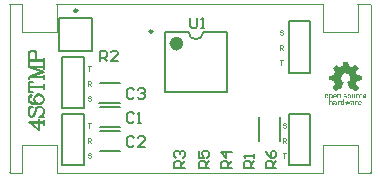
<source format=gto>
G04*
G04 #@! TF.GenerationSoftware,Altium Limited,Altium Designer,20.0.10 (225)*
G04*
G04 Layer_Color=65535*
%FSLAX25Y25*%
%MOIN*%
G70*
G01*
G75*
%ADD10C,0.02362*%
%ADD11C,0.00984*%
%ADD12C,0.00787*%
%ADD13C,0.00400*%
%ADD14C,0.00800*%
%ADD15C,0.00300*%
G36*
X112642Y37031D02*
Y37005D01*
X112911Y35632D01*
Y35605D01*
X112938Y35578D01*
X112965Y35551D01*
X113880Y35175D01*
X113961D01*
X115118Y35982D01*
X115145D01*
X115199Y35955D01*
X116195Y35013D01*
Y34986D01*
Y34959D01*
Y34932D01*
Y34905D01*
X115387Y33775D01*
Y33722D01*
Y33695D01*
Y33668D01*
X115818Y32726D01*
Y32699D01*
X115845Y32672D01*
X115899D01*
X117190Y32430D01*
X117244D01*
X117271Y32403D01*
Y32376D01*
Y31004D01*
Y30977D01*
X117244Y30950D01*
X117190D01*
X115926Y30681D01*
X115899D01*
X115872Y30654D01*
X115845Y30627D01*
X115441Y29604D01*
Y29577D01*
Y29550D01*
Y29524D01*
Y29497D01*
X116195Y28447D01*
Y28393D01*
Y28366D01*
X115199Y27398D01*
X115172Y27371D01*
X115145D01*
X115118Y27398D01*
X114069Y28097D01*
X113961D01*
X113531Y27855D01*
X113477D01*
X113450Y27882D01*
X112481Y30196D01*
Y30223D01*
X112508Y30304D01*
X112642Y30358D01*
X112669Y30385D01*
X112696Y30411D01*
X112723Y30439D01*
X112804Y30492D01*
X112911Y30600D01*
X113046Y30735D01*
X113181Y30896D01*
X113288Y31111D01*
X113369Y31353D01*
X113396Y31649D01*
Y31676D01*
Y31757D01*
X113369Y31865D01*
X113342Y32026D01*
X113288Y32188D01*
X113207Y32376D01*
X113100Y32564D01*
X112965Y32726D01*
X112938Y32753D01*
X112885Y32807D01*
X112804Y32860D01*
X112669Y32968D01*
X112508Y33049D01*
X112320Y33103D01*
X112131Y33156D01*
X111889Y33183D01*
X111781D01*
X111674Y33156D01*
X111512Y33130D01*
X111351Y33076D01*
X111162Y32995D01*
X111001Y32887D01*
X110813Y32726D01*
X110786Y32699D01*
X110759Y32645D01*
X110678Y32564D01*
X110597Y32430D01*
X110517Y32268D01*
X110463Y32080D01*
X110409Y31892D01*
X110382Y31649D01*
Y31622D01*
Y31515D01*
X110409Y31380D01*
X110463Y31192D01*
X110544Y31004D01*
X110678Y30788D01*
X110839Y30600D01*
X111082Y30411D01*
Y30385D01*
X111109Y30358D01*
X111135D01*
X111270Y30304D01*
X111297Y30277D01*
Y30196D01*
X110355Y27882D01*
X110328D01*
X110248Y27855D01*
X109790Y28097D01*
X109709D01*
X108660Y27398D01*
X108633Y27371D01*
X108606D01*
X108579Y27398D01*
X107583Y28366D01*
Y28393D01*
Y28420D01*
Y28447D01*
X108337Y29497D01*
Y29524D01*
Y29550D01*
Y29577D01*
Y29604D01*
X107906Y30627D01*
Y30654D01*
X107852Y30681D01*
X106588Y30950D01*
X106561D01*
X106534Y30977D01*
X106507Y31004D01*
Y32376D01*
Y32403D01*
X106534Y32430D01*
X106588D01*
X107879Y32672D01*
X107906D01*
X107987Y32726D01*
X108364Y33668D01*
Y33695D01*
Y33722D01*
Y33748D01*
Y33775D01*
X107583Y34905D01*
Y34932D01*
Y34959D01*
Y34986D01*
Y35013D01*
X108579Y35955D01*
X108606Y35982D01*
X108660D01*
X109790Y35175D01*
X109898D01*
X110813Y35551D01*
X110839D01*
X110866Y35578D01*
Y35632D01*
X111135Y37005D01*
Y37031D01*
X111162Y37058D01*
X112616D01*
X112642Y37031D01*
D02*
G37*
G36*
X116302Y26214D02*
X116410Y26160D01*
X116195Y25891D01*
X116168Y25918D01*
X116141Y25945D01*
X116087Y25971D01*
X116033Y25998D01*
X115979D01*
X115899Y25971D01*
X115791Y25864D01*
X115764Y25783D01*
X115737Y25675D01*
Y24814D01*
X115441D01*
Y26267D01*
X115737D01*
Y26106D01*
X115764Y26133D01*
X115818Y26187D01*
X115952Y26241D01*
X116114Y26267D01*
X116195D01*
X116302Y26214D01*
D02*
G37*
G36*
X110113D02*
X110194Y26133D01*
X110274Y26052D01*
X110328Y25918D01*
X110355Y25756D01*
Y24814D01*
X110059D01*
Y25675D01*
Y25702D01*
Y25729D01*
X110032Y25837D01*
X109924Y25945D01*
X109871Y25998D01*
X109709D01*
X109628Y25971D01*
X109521Y25864D01*
X109494Y25783D01*
X109467Y25675D01*
Y24814D01*
X109171D01*
Y26267D01*
X109467D01*
Y26106D01*
X109494Y26133D01*
X109575Y26187D01*
X109682Y26241D01*
X109871Y26267D01*
X109951D01*
X110113Y26214D01*
D02*
G37*
G36*
X107207Y26241D02*
X107341Y26214D01*
X107476Y26106D01*
X107503Y26079D01*
X107529Y25971D01*
X107556Y25810D01*
Y25541D01*
Y25514D01*
Y25487D01*
Y25326D01*
X107529Y25137D01*
X107476Y24976D01*
X107449Y24949D01*
X107341Y24895D01*
X107207Y24814D01*
X107072Y24787D01*
X107045D01*
X106964Y24814D01*
X106830Y24868D01*
X106668Y24949D01*
Y23819D01*
X106695Y23845D01*
X106776Y23899D01*
X106884Y23953D01*
X107072Y23980D01*
X107153D01*
X107314Y23926D01*
X107395Y23872D01*
X107476Y23765D01*
X107529Y23657D01*
X107556Y23496D01*
Y22554D01*
X107260D01*
Y23388D01*
Y23415D01*
Y23442D01*
X107234Y23550D01*
X107126Y23657D01*
X107072Y23711D01*
X106911D01*
X106830Y23684D01*
X106722Y23576D01*
X106695Y23496D01*
X106668Y23388D01*
Y22554D01*
X106426D01*
Y26267D01*
X106668D01*
Y26106D01*
X106695Y26133D01*
X106803Y26187D01*
X106911Y26241D01*
X107072Y26267D01*
X107099D01*
X107207Y26241D01*
D02*
G37*
G36*
X111970D02*
X112131Y26187D01*
X112320Y26052D01*
X112158Y25864D01*
X112104Y25891D01*
X111997Y25945D01*
X111862Y25971D01*
X111754Y25998D01*
X111701D01*
X111620Y25971D01*
X111539Y25945D01*
X111485Y25837D01*
Y25810D01*
X111512Y25783D01*
X111566Y25729D01*
X111701Y25702D01*
X111943Y25675D01*
X112023D01*
X112158Y25595D01*
X112320Y25460D01*
X112346Y25379D01*
X112373Y25245D01*
Y25218D01*
Y25164D01*
X112346Y25110D01*
X112293Y25030D01*
X112212Y24922D01*
X112104Y24868D01*
X111970Y24814D01*
X111754Y24787D01*
X111701D01*
X111539Y24814D01*
X111351Y24895D01*
X111135Y25056D01*
X111324Y25245D01*
X111351Y25218D01*
X111458Y25164D01*
X111620Y25083D01*
X111781Y25056D01*
X111835D01*
X111943Y25083D01*
X112023Y25137D01*
X112077Y25191D01*
Y25245D01*
Y25272D01*
X112050Y25299D01*
X111997Y25352D01*
X111889Y25406D01*
X111593D01*
X111566Y25433D01*
X111432Y25487D01*
X111297Y25622D01*
X111270Y25702D01*
X111243Y25837D01*
Y25864D01*
Y25918D01*
X111297Y26052D01*
X111378Y26133D01*
X111458Y26214D01*
X111593Y26241D01*
X111754Y26267D01*
X111808D01*
X111970Y26241D01*
D02*
G37*
G36*
X117217D02*
X117379Y26160D01*
X117540Y26025D01*
X117325Y25837D01*
X117298Y25864D01*
X117244Y25918D01*
X117163Y25971D01*
X117029Y25998D01*
X116975D01*
X116867Y25945D01*
X116787Y25891D01*
X116733Y25810D01*
X116706Y25702D01*
X116679Y25541D01*
Y25514D01*
Y25460D01*
X116733Y25326D01*
X116840Y25164D01*
X116921Y25110D01*
X117029Y25083D01*
X117056D01*
X117136Y25110D01*
X117217Y25164D01*
X117325Y25245D01*
X117540Y25056D01*
X117513Y25003D01*
X117405Y24922D01*
X117244Y24841D01*
X117029Y24787D01*
X116921D01*
X116814Y24841D01*
X116706Y24895D01*
X116598Y24976D01*
X116491Y25110D01*
X116410Y25299D01*
X116383Y25541D01*
Y25568D01*
Y25648D01*
X116410Y25783D01*
X116464Y25918D01*
X116544Y26025D01*
X116652Y26160D01*
X116814Y26241D01*
X117029Y26267D01*
X117083D01*
X117217Y26241D01*
D02*
G37*
G36*
X115118Y24814D02*
X114822D01*
Y24949D01*
X114795Y24922D01*
X114715Y24868D01*
X114607Y24814D01*
X114472Y24787D01*
X114392D01*
X114230Y24841D01*
X114122Y24895D01*
X114042Y25003D01*
X113988Y25110D01*
X113961Y25272D01*
Y26267D01*
X114257D01*
Y25406D01*
Y25352D01*
X114284Y25245D01*
X114392Y25137D01*
X114445Y25110D01*
X114553Y25083D01*
X114607D01*
X114688Y25137D01*
X114768Y25218D01*
X114822Y25299D01*
Y25406D01*
Y26267D01*
X115118D01*
Y24814D01*
D02*
G37*
G36*
X118401Y26241D02*
X118536Y26187D01*
X118643Y26133D01*
X118724Y26025D01*
X118805Y25864D01*
X118832Y25675D01*
Y25406D01*
X117917D01*
Y25379D01*
Y25352D01*
X117971Y25245D01*
X118078Y25110D01*
X118159Y25083D01*
X118267Y25056D01*
X118293D01*
X118374Y25083D01*
X118482Y25137D01*
X118563Y25218D01*
X118778Y25030D01*
X118751Y25003D01*
X118643Y24922D01*
X118482Y24814D01*
X118267Y24787D01*
X118159D01*
X118051Y24841D01*
X117944Y24895D01*
X117836Y24976D01*
X117728Y25110D01*
X117648Y25299D01*
X117621Y25541D01*
Y25568D01*
Y25648D01*
X117648Y25783D01*
X117701Y25918D01*
X117755Y26025D01*
X117863Y26160D01*
X118024Y26241D01*
X118213Y26267D01*
X118321D01*
X118401Y26241D01*
D02*
G37*
G36*
X113288D02*
X113423Y26214D01*
X113557Y26106D01*
X113584Y26079D01*
X113638Y25971D01*
X113692Y25810D01*
X113719Y25541D01*
Y25514D01*
Y25487D01*
X113692Y25326D01*
X113665Y25137D01*
X113557Y24976D01*
X113531Y24949D01*
X113450Y24895D01*
X113315Y24814D01*
X113127Y24787D01*
X113073D01*
X112965Y24814D01*
X112831Y24868D01*
X112669Y24976D01*
X112642Y25003D01*
X112616Y25110D01*
X112562Y25299D01*
X112535Y25541D01*
Y25568D01*
Y25595D01*
X112562Y25756D01*
X112589Y25945D01*
X112669Y26106D01*
X112696Y26133D01*
X112777Y26187D01*
X112938Y26241D01*
X113127Y26267D01*
X113181D01*
X113288Y26241D01*
D02*
G37*
G36*
X108525D02*
X108660Y26187D01*
X108767Y26133D01*
X108848Y26025D01*
X108929Y25864D01*
X108956Y25675D01*
Y25406D01*
X108041D01*
Y25379D01*
Y25352D01*
X108095Y25245D01*
X108175Y25110D01*
X108256Y25083D01*
X108364Y25056D01*
X108391D01*
X108498Y25083D01*
X108579Y25137D01*
X108687Y25218D01*
X108929Y25030D01*
X108875Y25003D01*
X108767Y24922D01*
X108606Y24814D01*
X108391Y24787D01*
X108283D01*
X108175Y24841D01*
X108068Y24895D01*
X107960Y24976D01*
X107852Y25110D01*
X107772Y25299D01*
X107745Y25541D01*
Y25568D01*
Y25648D01*
X107772Y25783D01*
X107826Y25918D01*
X107879Y26025D01*
X107987Y26160D01*
X108149Y26241D01*
X108337Y26267D01*
X108444D01*
X108525Y26241D01*
D02*
G37*
G36*
X105754D02*
X105888Y26214D01*
X105996Y26106D01*
X106023Y26079D01*
X106076Y25971D01*
X106130Y25810D01*
X106157Y25541D01*
Y25514D01*
Y25487D01*
X106130Y25326D01*
X106103Y25137D01*
X105996Y24976D01*
X105969Y24949D01*
X105888Y24895D01*
X105754Y24814D01*
X105565Y24787D01*
X105511D01*
X105404Y24814D01*
X105269Y24868D01*
X105108Y24976D01*
X105081Y25003D01*
X105054Y25137D01*
X105027Y25299D01*
X105000Y25541D01*
Y25568D01*
Y25595D01*
X105027Y25756D01*
X105054Y25918D01*
X105108Y26106D01*
X105134Y26133D01*
X105215Y26187D01*
X105377Y26241D01*
X105565Y26267D01*
X105619D01*
X105754Y26241D01*
D02*
G37*
G36*
X115952Y23926D02*
X116060Y23872D01*
X115818Y23630D01*
Y23657D01*
X115764Y23684D01*
X115710Y23711D01*
X115576D01*
X115495Y23684D01*
X115414Y23576D01*
X115360Y23496D01*
Y23388D01*
Y22554D01*
X115064D01*
Y23980D01*
X115360D01*
Y23819D01*
X115387Y23845D01*
X115468Y23899D01*
X115576Y23953D01*
X115764Y23980D01*
X115845D01*
X115952Y23926D01*
D02*
G37*
G36*
X111378Y22554D02*
X111082D01*
Y22661D01*
X111055Y22635D01*
X110974Y22581D01*
X110866Y22527D01*
X110705Y22500D01*
X110678D01*
X110570Y22527D01*
X110436Y22581D01*
X110328Y22715D01*
X110301Y22742D01*
X110274Y22823D01*
X110248Y22877D01*
Y22984D01*
X110221Y23092D01*
Y23254D01*
Y23280D01*
Y23334D01*
X110248Y23496D01*
X110274Y23684D01*
X110301Y23765D01*
X110328Y23819D01*
X110355Y23845D01*
X110409Y23899D01*
X110544Y23953D01*
X110705Y23980D01*
X110732D01*
X110839Y23953D01*
X110947Y23926D01*
X111082Y23819D01*
Y24572D01*
X111378D01*
Y22554D01*
D02*
G37*
G36*
X110113Y23926D02*
X110221Y23872D01*
X110005Y23630D01*
X109978Y23657D01*
X109951Y23684D01*
X109871Y23711D01*
X109763D01*
X109682Y23684D01*
X109575Y23576D01*
X109548Y23496D01*
Y23388D01*
Y22554D01*
X109252D01*
Y23980D01*
X109548D01*
Y23819D01*
X109575Y23845D01*
X109628Y23899D01*
X109736Y23953D01*
X109898Y23980D01*
X110005D01*
X110113Y23926D01*
D02*
G37*
G36*
X113127Y22554D02*
X112858D01*
X112535Y23550D01*
X112239Y22554D01*
X111997D01*
X111539Y23980D01*
X111835D01*
X112104Y22957D01*
X112454Y23980D01*
X112669D01*
X112992Y22957D01*
X113261Y23980D01*
X113584D01*
X113127Y22554D01*
D02*
G37*
G36*
X114472Y23926D02*
X114553Y23872D01*
X114661Y23792D01*
X114715Y23684D01*
X114741Y23523D01*
Y22554D01*
X114472D01*
Y22661D01*
X114445Y22635D01*
X114392Y22581D01*
X114257Y22527D01*
X114096Y22500D01*
X114015D01*
X113853Y22554D01*
X113746Y22608D01*
X113665Y22688D01*
X113611Y22796D01*
X113584Y22957D01*
Y22984D01*
Y23038D01*
X113638Y23173D01*
X113692Y23254D01*
X113800Y23334D01*
X113907Y23361D01*
X114069Y23388D01*
X114472D01*
Y23523D01*
Y23550D01*
X114445Y23630D01*
X114338Y23684D01*
X114284Y23711D01*
X114069D01*
X113961Y23684D01*
X113907Y23630D01*
X113692Y23792D01*
X113719Y23819D01*
X113800Y23899D01*
X113934Y23953D01*
X114176Y23980D01*
X114257D01*
X114472Y23926D01*
D02*
G37*
G36*
X108498Y23953D02*
X108633Y23926D01*
X108740Y23872D01*
X108821Y23792D01*
X108902Y23684D01*
X108929Y23523D01*
Y22554D01*
X108633D01*
Y22661D01*
X108606Y22635D01*
X108552Y22581D01*
X108444Y22527D01*
X108283Y22500D01*
X108202D01*
X108014Y22554D01*
X107906Y22608D01*
X107826Y22688D01*
X107772Y22796D01*
X107745Y22957D01*
Y22984D01*
Y23038D01*
X107799Y23173D01*
X107852Y23254D01*
X107960Y23334D01*
X108068Y23361D01*
X108229Y23388D01*
X108633D01*
Y23523D01*
Y23550D01*
X108606Y23630D01*
X108498Y23684D01*
X108444Y23711D01*
X108229D01*
X108122Y23684D01*
X108041Y23630D01*
X107826Y23792D01*
X107852Y23819D01*
X107960Y23899D01*
X108095Y23953D01*
X108310Y23980D01*
X108418D01*
X108498Y23953D01*
D02*
G37*
G36*
X116840D02*
X116975Y23899D01*
X117083Y23845D01*
X117163Y23738D01*
X117244Y23576D01*
X117271Y23388D01*
Y23119D01*
X116356D01*
Y23092D01*
Y23065D01*
X116410Y22957D01*
X116491Y22823D01*
X116571Y22796D01*
X116679Y22769D01*
X116706D01*
X116814Y22796D01*
X116894Y22850D01*
X117002Y22931D01*
X117217Y22742D01*
X117190Y22715D01*
X117083Y22635D01*
X116921Y22527D01*
X116706Y22500D01*
X116598D01*
X116491Y22554D01*
X116383Y22608D01*
X116275Y22688D01*
X116168Y22823D01*
X116087Y23011D01*
X116060Y23254D01*
Y23280D01*
Y23361D01*
X116087Y23496D01*
X116141Y23630D01*
X116195Y23738D01*
X116302Y23872D01*
X116464Y23953D01*
X116652Y23980D01*
X116760D01*
X116840Y23953D01*
D02*
G37*
%LPC*%
G36*
X106964Y25998D02*
X106911D01*
X106830Y25945D01*
X106776Y25891D01*
X106722Y25810D01*
X106695Y25702D01*
X106668Y25541D01*
Y25514D01*
Y25460D01*
X106695Y25326D01*
X106803Y25164D01*
X106857Y25110D01*
X106964Y25083D01*
X107018D01*
X107126Y25137D01*
X107180Y25191D01*
X107207Y25272D01*
X107260Y25379D01*
Y25541D01*
Y25568D01*
Y25622D01*
X107234Y25783D01*
X107126Y25918D01*
X107072Y25971D01*
X106964Y25998D01*
D02*
G37*
G36*
X118293D02*
X118159D01*
X118078Y25971D01*
X117971Y25864D01*
X117944Y25783D01*
X117917Y25675D01*
X118536D01*
Y25702D01*
Y25729D01*
X118482Y25837D01*
X118374Y25945D01*
X118293Y25998D01*
D02*
G37*
G36*
X113127D02*
X113100D01*
X113046Y25971D01*
X112965Y25945D01*
X112911Y25864D01*
X112885Y25810D01*
X112858Y25702D01*
X112831Y25541D01*
Y25487D01*
Y25406D01*
X112858Y25272D01*
X112911Y25191D01*
Y25164D01*
X112938Y25137D01*
X113019Y25110D01*
X113127Y25083D01*
X113154D01*
X113207Y25110D01*
X113288Y25137D01*
X113342Y25191D01*
X113369Y25218D01*
X113396Y25272D01*
X113423Y25379D01*
Y25541D01*
Y25595D01*
Y25675D01*
X113396Y25783D01*
X113342Y25864D01*
Y25891D01*
X113288Y25945D01*
X113234Y25971D01*
X113127Y25998D01*
D02*
G37*
G36*
X108418D02*
X108283D01*
X108202Y25971D01*
X108095Y25864D01*
X108068Y25783D01*
X108041Y25675D01*
X108660D01*
Y25702D01*
Y25729D01*
X108606Y25837D01*
X108498Y25945D01*
X108418Y25998D01*
D02*
G37*
G36*
X105565D02*
X105538D01*
X105484Y25971D01*
X105404Y25945D01*
X105350Y25864D01*
X105323Y25837D01*
X105296Y25783D01*
X105269Y25675D01*
X105242Y25541D01*
Y25514D01*
X105269Y25406D01*
X105296Y25299D01*
X105350Y25191D01*
Y25164D01*
X105377Y25137D01*
X105457Y25110D01*
X105565Y25083D01*
X105592D01*
X105673Y25110D01*
X105754Y25137D01*
X105807Y25191D01*
Y25218D01*
X105834Y25272D01*
X105861Y25379D01*
Y25541D01*
Y25595D01*
Y25675D01*
X105834Y25783D01*
X105807Y25864D01*
X105780Y25891D01*
X105754Y25945D01*
X105673Y25971D01*
X105565Y25998D01*
D02*
G37*
G36*
X110813Y23711D02*
X110759D01*
X110678Y23657D01*
X110624Y23603D01*
X110570Y23523D01*
X110544Y23415D01*
X110517Y23254D01*
Y23227D01*
Y23173D01*
X110544Y23038D01*
X110651Y22877D01*
X110705Y22823D01*
X110813Y22796D01*
X110866D01*
X110947Y22850D01*
X111001Y22904D01*
X111028Y22984D01*
X111082Y23092D01*
Y23254D01*
Y23280D01*
Y23334D01*
X111055Y23496D01*
X110974Y23630D01*
X110893Y23684D01*
X110813Y23711D01*
D02*
G37*
G36*
X114472Y23119D02*
X114096D01*
X114015Y23092D01*
X113907Y23065D01*
X113880Y22957D01*
Y22931D01*
X113907Y22877D01*
X113988Y22796D01*
X114122Y22769D01*
X114176D01*
X114311Y22796D01*
X114418Y22877D01*
X114445Y22957D01*
X114472Y23038D01*
Y23119D01*
D02*
G37*
G36*
X108633D02*
X108256D01*
X108175Y23092D01*
X108068Y23065D01*
X108041Y22957D01*
Y22931D01*
X108068Y22877D01*
X108149Y22796D01*
X108310Y22769D01*
X108364D01*
X108471Y22796D01*
X108579Y22877D01*
X108633Y22957D01*
Y23038D01*
Y23119D01*
D02*
G37*
G36*
X116733Y23711D02*
X116598D01*
X116517Y23684D01*
X116410Y23576D01*
X116383Y23496D01*
X116356Y23388D01*
X116975D01*
Y23415D01*
Y23442D01*
X116921Y23550D01*
X116814Y23657D01*
X116733Y23711D01*
D02*
G37*
%LPD*%
D10*
X56685Y43098D02*
G03*
X56685Y43098I-1181J0D01*
G01*
D11*
X47492Y47114D02*
G03*
X47492Y47114I-492J0D01*
G01*
X22476Y54071D02*
G03*
X22476Y54071I-492J0D01*
G01*
D12*
X59500Y47035D02*
G03*
X64500Y47035I2500J0D01*
G01*
X92957Y19543D02*
X100043D01*
X92957Y2457D02*
Y19543D01*
Y2457D02*
X100043D01*
Y19543D01*
X92957Y50528D02*
X100043D01*
X92957Y33441D02*
Y50528D01*
Y33441D02*
X100043D01*
Y50528D01*
X29866Y13847D02*
X36559D01*
X29866Y7153D02*
X36559D01*
X89945Y10486D02*
Y18589D01*
X83055Y10486D02*
Y18589D01*
X29827Y23232D02*
X36520D01*
X29866Y29847D02*
X36559D01*
X51567Y26957D02*
X72433D01*
X64500Y47035D02*
X72433D01*
X51567D02*
X59500D01*
X72433Y26957D02*
Y47035D01*
X51567Y26957D02*
Y47035D01*
X29866Y15154D02*
X36559D01*
X29866Y21847D02*
X36559D01*
X16472Y40488D02*
Y51512D01*
X16473Y40488D02*
X27496D01*
Y51512D01*
X16472Y51512D02*
X27496D01*
X17457Y2457D02*
X24543D01*
Y19543D01*
X17457D02*
X24543D01*
X17457Y2457D02*
Y19543D01*
Y21457D02*
X24543D01*
Y38543D01*
X17457D02*
X24543D01*
X17457Y21457D02*
Y38543D01*
D13*
X91100Y47400D02*
X90800Y47699D01*
X90200D01*
X89900Y47400D01*
Y47100D01*
X90200Y46800D01*
X90800D01*
X91100Y46500D01*
Y46200D01*
X90800Y45900D01*
X90200D01*
X89900Y46200D01*
X90900Y6699D02*
X92100D01*
X91500D01*
Y4900D01*
X92100Y16399D02*
X91800Y16699D01*
X91200D01*
X90900Y16399D01*
Y16100D01*
X91200Y15800D01*
X91800D01*
X92100Y15500D01*
Y15200D01*
X91800Y14900D01*
X91200D01*
X90900Y15200D01*
X89900Y40900D02*
Y42699D01*
X90800D01*
X91100Y42399D01*
Y41800D01*
X90800Y41500D01*
X89900D01*
X90500D02*
X91100Y40900D01*
X89900Y37699D02*
X91100D01*
X90500D01*
Y35900D01*
X90900Y9900D02*
Y11699D01*
X91800D01*
X92100Y11400D01*
Y10800D01*
X91800Y10500D01*
X90900D01*
X91500D02*
X92100Y9900D01*
X25900Y28900D02*
Y30699D01*
X26800D01*
X27100Y30400D01*
Y29800D01*
X26800Y29500D01*
X25900D01*
X26500D02*
X27100Y28900D01*
Y6400D02*
X26800Y6699D01*
X26200D01*
X25900Y6400D01*
Y6100D01*
X26200Y5800D01*
X26800D01*
X27100Y5500D01*
Y5200D01*
X26800Y4900D01*
X26200D01*
X25900Y5200D01*
Y16699D02*
X27100D01*
X26500D01*
Y14900D01*
X25900Y35699D02*
X27100D01*
X26500D01*
Y33900D01*
X27100Y25400D02*
X26800Y25699D01*
X26200D01*
X25900Y25400D01*
Y25100D01*
X26200Y24800D01*
X26800D01*
X27100Y24500D01*
Y24200D01*
X26800Y23900D01*
X26200D01*
X25900Y24200D01*
Y9900D02*
Y11699D01*
X26800D01*
X27100Y11400D01*
Y10800D01*
X26800Y10500D01*
X25900D01*
X26500D02*
X27100Y9900D01*
D14*
X6677Y16610D02*
X11200D01*
X9772Y18038D02*
Y14229D01*
X6201Y16848D01*
X11200D01*
Y15895D02*
Y17562D01*
X6915Y21823D02*
X6201Y22061D01*
X7629D01*
X6915Y21823D01*
X6439Y21347D01*
X6201Y20632D01*
Y19918D01*
X6439Y19204D01*
X6915Y18728D01*
X7391D01*
X7867Y18966D01*
X8105Y19204D01*
X8343Y19680D01*
X8820Y21109D01*
X9058Y21585D01*
X9534Y22061D01*
X7391Y18728D02*
X7867Y19204D01*
X8105Y19680D01*
X8581Y21109D01*
X8820Y21585D01*
X9058Y21823D01*
X9534Y22061D01*
X10486D01*
X10962Y21585D01*
X11200Y20870D01*
Y20156D01*
X10962Y19442D01*
X10486Y18966D01*
X9772Y18728D01*
X11200D01*
X10486Y18966D01*
X6915Y25655D02*
X7153Y25417D01*
X7391Y25655D01*
X7153Y25893D01*
X6915D01*
X6439Y25655D01*
X6201Y25179D01*
Y24465D01*
X6439Y23751D01*
X6915Y23275D01*
X7391Y23037D01*
X8343Y22799D01*
X9772D01*
X10486Y23037D01*
X10962Y23513D01*
X11200Y24227D01*
Y24703D01*
X10962Y25417D01*
X10486Y25893D01*
X9772Y26131D01*
X9534D01*
X8820Y25893D01*
X8343Y25417D01*
X8105Y24703D01*
Y24465D01*
X8343Y23751D01*
X8820Y23275D01*
X9534Y23037D01*
X6201Y24465D02*
X6439Y23989D01*
X6915Y23513D01*
X7391Y23275D01*
X8343Y23037D01*
X9772D01*
X10486Y23275D01*
X10962Y23751D01*
X11200Y24227D01*
Y24703D02*
X10962Y25179D01*
X10486Y25655D01*
X9772Y25893D01*
X9534D01*
X8820Y25655D01*
X8343Y25179D01*
X8105Y24703D01*
X6201Y28536D02*
X11200D01*
X6201Y28773D02*
X11200D01*
X6201Y27107D02*
X7629Y26869D01*
X6201D01*
Y30440D01*
X7629D01*
X6201Y30202D01*
X11200Y27821D02*
Y29488D01*
X6201Y31868D02*
X11200D01*
X6201Y32106D02*
X10486Y33534D01*
X6201Y31868D02*
X11200Y33534D01*
X6201Y35201D02*
X11200Y33534D01*
X6201Y35201D02*
X11200D01*
X6201Y35439D02*
X11200D01*
X6201Y31154D02*
Y32106D01*
Y35201D02*
Y36153D01*
X11200Y31154D02*
Y32582D01*
Y34487D02*
Y36153D01*
X6201Y37438D02*
X11200D01*
X6201Y37676D02*
X11200D01*
X6201Y36724D02*
Y39581D01*
X6439Y40295D01*
X6677Y40533D01*
X7153Y40771D01*
X7867D01*
X8343Y40533D01*
X8581Y40295D01*
X8820Y39581D01*
Y37676D01*
X6201Y39581D02*
X6439Y40057D01*
X6677Y40295D01*
X7153Y40533D01*
X7867D01*
X8343Y40295D01*
X8581Y40057D01*
X8820Y39581D01*
X11200Y36724D02*
Y38390D01*
X41417Y11666D02*
X40834Y12249D01*
X39667D01*
X39084Y11666D01*
Y9334D01*
X39667Y8751D01*
X40834D01*
X41417Y9334D01*
X44916Y8751D02*
X42583D01*
X44916Y11083D01*
Y11666D01*
X44333Y12249D01*
X43166D01*
X42583Y11666D01*
X88749Y1584D02*
X85251D01*
Y3334D01*
X85834Y3917D01*
X87000D01*
X87583Y3334D01*
Y1584D01*
Y2751D02*
X88749Y3917D01*
X85251Y7416D02*
X85834Y6249D01*
X87000Y5083D01*
X88166D01*
X88749Y5666D01*
Y6833D01*
X88166Y7416D01*
X87583D01*
X87000Y6833D01*
Y5083D01*
X81384Y1584D02*
X77886D01*
Y3334D01*
X78469Y3917D01*
X79635D01*
X80218Y3334D01*
Y1584D01*
Y2751D02*
X81384Y3917D01*
Y5083D02*
Y6249D01*
Y5666D01*
X77886D01*
X78469Y5083D01*
X41417Y27666D02*
X40834Y28249D01*
X39667D01*
X39084Y27666D01*
Y25334D01*
X39667Y24751D01*
X40834D01*
X41417Y25334D01*
X42583Y27666D02*
X43166Y28249D01*
X44333D01*
X44916Y27666D01*
Y27083D01*
X44333Y26500D01*
X43749D01*
X44333D01*
X44916Y25917D01*
Y25334D01*
X44333Y24751D01*
X43166D01*
X42583Y25334D01*
X30084Y37251D02*
Y40749D01*
X31834D01*
X32417Y40166D01*
Y39000D01*
X31834Y38417D01*
X30084D01*
X31251D02*
X32417Y37251D01*
X35916D02*
X33583D01*
X35916Y39583D01*
Y40166D01*
X35333Y40749D01*
X34166D01*
X33583Y40166D01*
X73922Y1584D02*
X70424D01*
Y3334D01*
X71007Y3917D01*
X72173D01*
X72756Y3334D01*
Y1584D01*
Y2751D02*
X73922Y3917D01*
Y6833D02*
X70424D01*
X72173Y5083D01*
Y7416D01*
X66362Y1584D02*
X62863D01*
Y3334D01*
X63446Y3917D01*
X64613D01*
X65196Y3334D01*
Y1584D01*
Y2751D02*
X66362Y3917D01*
X62863Y7416D02*
Y5083D01*
X64613D01*
X64030Y6249D01*
Y6833D01*
X64613Y7416D01*
X65779D01*
X66362Y6833D01*
Y5666D01*
X65779Y5083D01*
X60167Y51749D02*
Y48834D01*
X60751Y48251D01*
X61917D01*
X62500Y48834D01*
Y51749D01*
X63666Y48251D02*
X64833D01*
X64249D01*
Y51749D01*
X63666Y51166D01*
X41417Y19666D02*
X40834Y20249D01*
X39667D01*
X39084Y19666D01*
Y17334D01*
X39667Y16751D01*
X40834D01*
X41417Y17334D01*
X42583Y16751D02*
X43749D01*
X43166D01*
Y20249D01*
X42583Y19666D01*
X58310Y1584D02*
X54811D01*
Y3334D01*
X55394Y3917D01*
X56560D01*
X57143Y3334D01*
Y1584D01*
Y2751D02*
X58310Y3917D01*
X55394Y5083D02*
X54811Y5666D01*
Y6833D01*
X55394Y7416D01*
X55977D01*
X56560Y6833D01*
Y6249D01*
Y6833D01*
X57143Y7416D01*
X57727D01*
X58310Y6833D01*
Y5666D01*
X57727Y5083D01*
D15*
X120229Y56102D02*
G03*
X120079Y56252I-150J0D01*
G01*
X120229Y56102D02*
G03*
X120079Y56252I-150J0D01*
G01*
X116142D02*
G03*
X115992Y56102I0J-150D01*
G01*
X116142Y56252D02*
G03*
X115992Y56102I0J-150D01*
G01*
X104481D02*
G03*
X104331Y56252I-150J0D01*
G01*
X104481Y56102D02*
G03*
X104331Y56252I-150J0D01*
G01*
X120079Y-150D02*
G03*
X120229Y0I0J150D01*
G01*
X120079Y-150D02*
G03*
X120229Y0I0J150D01*
G01*
X115992D02*
G03*
X116142Y-150I150J0D01*
G01*
X115992Y0D02*
G03*
X116142Y-150I150J0D01*
G01*
X104331D02*
G03*
X104481Y0I0J150D01*
G01*
X104331Y-150D02*
G03*
X104481Y0I0J150D01*
G01*
X15748Y56252D02*
G03*
X15598Y56102I0J-150D01*
G01*
X15748Y56252D02*
G03*
X15598Y56102I0J-150D01*
G01*
X4087D02*
G03*
X3937Y56252I-150J0D01*
G01*
X4087Y56102D02*
G03*
X3937Y56252I-150J0D01*
G01*
X-0D02*
G03*
X-150Y56102I0J-150D01*
G01*
X-0Y56252D02*
G03*
X-150Y56102I0J-150D01*
G01*
X15598Y-0D02*
G03*
X15748Y-150I150J0D01*
G01*
X15598Y-0D02*
G03*
X15748Y-150I150J0D01*
G01*
X3937D02*
G03*
X4087Y-0I0J150D01*
G01*
X3937Y-150D02*
G03*
X4087Y-0I0J150D01*
G01*
X-150D02*
G03*
X0Y-150I150J0D01*
G01*
X-150Y-0D02*
G03*
X0Y-150I150J0D01*
G01*
X116142Y56252D02*
X120079D01*
X104481Y46902D02*
X115992D01*
X104481D02*
Y56102D01*
X115992Y46902D02*
Y56102D01*
X120229D02*
X120229Y0D01*
X116142Y-150D02*
X120079D01*
X115992Y0D02*
Y9200D01*
X104481Y0D02*
Y9200D01*
X115992D01*
X15748Y56252D02*
X104331Y56252D01*
X15598Y46902D02*
Y56102D01*
X4087Y46902D02*
X15598D01*
X4087D02*
Y56102D01*
X-0Y56252D02*
X3937D01*
X4087Y9200D02*
X15598D01*
Y-0D02*
Y9200D01*
X15748Y-150D02*
X104331Y-150D01*
X4087Y-0D02*
Y9200D01*
X-150Y56102D02*
X-150Y-0D01*
X0Y-150D02*
X3937D01*
M02*

</source>
